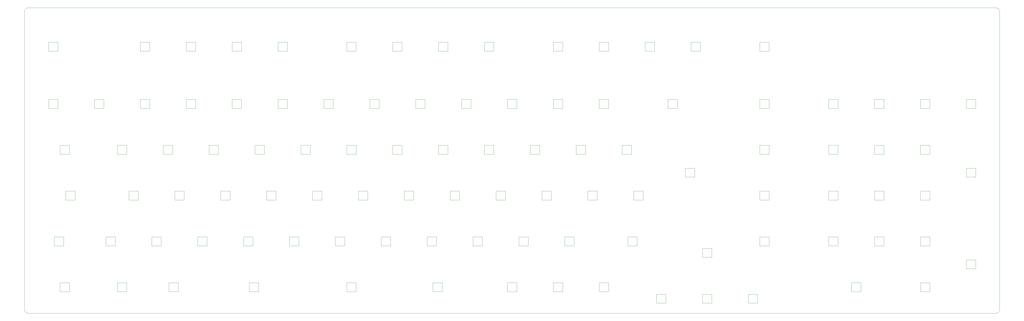
<source format=gbr>
%TF.GenerationSoftware,KiCad,Pcbnew,(6.0.4)*%
%TF.CreationDate,2022-06-27T23:14:22+02:00*%
%TF.ProjectId,pcb-rounded,7063622d-726f-4756-9e64-65642e6b6963,rev?*%
%TF.SameCoordinates,Original*%
%TF.FileFunction,Profile,NP*%
%FSLAX46Y46*%
G04 Gerber Fmt 4.6, Leading zero omitted, Abs format (unit mm)*
G04 Created by KiCad (PCBNEW (6.0.4)) date 2022-06-27 23:14:22*
%MOMM*%
%LPD*%
G01*
G04 APERTURE LIST*
%TA.AperFunction,Profile*%
%ADD10C,0.100000*%
%TD*%
%TA.AperFunction,Profile*%
%ADD11C,0.120000*%
%TD*%
G04 APERTURE END LIST*
D10*
X493712500Y-165100000D02*
G75*
G03*
X492125000Y-163512500I-1587600J-100D01*
G01*
X88900000Y-288925000D02*
X88900000Y-165100000D01*
X90487500Y-163512500D02*
G75*
G03*
X88900000Y-165100000I0J-1587500D01*
G01*
X90487500Y-290512500D02*
X492125000Y-290512500D01*
X492125000Y-290512500D02*
G75*
G03*
X493712500Y-288925000I0J1587500D01*
G01*
X88900000Y-288925000D02*
G75*
G03*
X90487500Y-290512500I1587600J100D01*
G01*
X493712500Y-288925000D02*
X493712500Y-165100000D01*
X90487500Y-163512500D02*
X492125000Y-163512500D01*
D11*
%TO.C,D150*%
X464706250Y-220697500D02*
X460806250Y-220697500D01*
X460806250Y-224397500D02*
X464706250Y-224397500D01*
X464706250Y-224397500D02*
X464706250Y-220697500D01*
X460806250Y-220697500D02*
X460806250Y-224397500D01*
%TO.C,D190*%
X131331250Y-281547500D02*
X131331250Y-277847500D01*
X131331250Y-277847500D02*
X127431250Y-277847500D01*
X127431250Y-277847500D02*
X127431250Y-281547500D01*
X127431250Y-281547500D02*
X131331250Y-281547500D01*
%TO.C,D180*%
X298018750Y-258797500D02*
X294118750Y-258797500D01*
X294118750Y-258797500D02*
X294118750Y-262497500D01*
X294118750Y-262497500D02*
X298018750Y-262497500D01*
X298018750Y-262497500D02*
X298018750Y-258797500D01*
%TO.C,D115*%
X98856250Y-205347500D02*
X102756250Y-205347500D01*
X102756250Y-205347500D02*
X102756250Y-201647500D01*
X98856250Y-201647500D02*
X98856250Y-205347500D01*
X102756250Y-201647500D02*
X98856250Y-201647500D01*
%TO.C,D119*%
X178956250Y-205347500D02*
X178956250Y-201647500D01*
X175056250Y-201647500D02*
X175056250Y-205347500D01*
X175056250Y-205347500D02*
X178956250Y-205347500D01*
X178956250Y-201647500D02*
X175056250Y-201647500D01*
%TO.C,D135*%
X127431250Y-224397500D02*
X131331250Y-224397500D01*
X131331250Y-220697500D02*
X127431250Y-220697500D01*
X131331250Y-224397500D02*
X131331250Y-220697500D01*
X127431250Y-220697500D02*
X127431250Y-224397500D01*
%TO.C,D162*%
X326593750Y-239747500D02*
X322693750Y-239747500D01*
X326593750Y-243447500D02*
X326593750Y-239747500D01*
X322693750Y-243447500D02*
X326593750Y-243447500D01*
X322693750Y-239747500D02*
X322693750Y-243447500D01*
%TO.C,D136*%
X150381250Y-220697500D02*
X146481250Y-220697500D01*
X146481250Y-220697500D02*
X146481250Y-224397500D01*
X150381250Y-224397500D02*
X150381250Y-220697500D01*
X146481250Y-224397500D02*
X150381250Y-224397500D01*
%TO.C,D144*%
X298881250Y-220697500D02*
X298881250Y-224397500D01*
X298881250Y-224397500D02*
X302781250Y-224397500D01*
X302781250Y-220697500D02*
X298881250Y-220697500D01*
X302781250Y-224397500D02*
X302781250Y-220697500D01*
%TO.C,D158*%
X246493750Y-239747500D02*
X246493750Y-243447500D01*
X250393750Y-239747500D02*
X246493750Y-239747500D01*
X246493750Y-243447500D02*
X250393750Y-243447500D01*
X250393750Y-243447500D02*
X250393750Y-239747500D01*
%TO.C,D197*%
X374218750Y-286310000D02*
X374218750Y-282610000D01*
X374218750Y-282610000D02*
X370318750Y-282610000D01*
X370318750Y-282610000D02*
X370318750Y-286310000D01*
X370318750Y-286310000D02*
X374218750Y-286310000D01*
%TO.C,D134*%
X107518750Y-220697500D02*
X103618750Y-220697500D01*
X103618750Y-224397500D02*
X107518750Y-224397500D01*
X107518750Y-224397500D02*
X107518750Y-220697500D01*
X103618750Y-220697500D02*
X103618750Y-224397500D01*
%TO.C,D138*%
X188481250Y-224397500D02*
X188481250Y-220697500D01*
X184581250Y-224397500D02*
X188481250Y-224397500D01*
X184581250Y-220697500D02*
X184581250Y-224397500D01*
X188481250Y-220697500D02*
X184581250Y-220697500D01*
%TO.C,D166*%
X426606250Y-243447500D02*
X426606250Y-239747500D01*
X422706250Y-243447500D02*
X426606250Y-243447500D01*
X422706250Y-239747500D02*
X422706250Y-243447500D01*
X426606250Y-239747500D02*
X422706250Y-239747500D01*
%TO.C,D185*%
X426606250Y-258797500D02*
X422706250Y-258797500D01*
X422706250Y-258797500D02*
X422706250Y-262497500D01*
X426606250Y-262497500D02*
X426606250Y-258797500D01*
X422706250Y-262497500D02*
X426606250Y-262497500D01*
%TO.C,D107*%
X241731250Y-181535000D02*
X245631250Y-181535000D01*
X245631250Y-177835000D02*
X241731250Y-177835000D01*
X245631250Y-181535000D02*
X245631250Y-177835000D01*
X241731250Y-177835000D02*
X241731250Y-181535000D01*
%TO.C,D175*%
X202768750Y-262497500D02*
X202768750Y-258797500D01*
X198868750Y-262497500D02*
X202768750Y-262497500D01*
X202768750Y-258797500D02*
X198868750Y-258797500D01*
X198868750Y-258797500D02*
X198868750Y-262497500D01*
%TO.C,D170*%
X105137500Y-258797500D02*
X101237500Y-258797500D01*
X101237500Y-258797500D02*
X101237500Y-262497500D01*
X101237500Y-262497500D02*
X105137500Y-262497500D01*
X105137500Y-262497500D02*
X105137500Y-258797500D01*
%TO.C,D202*%
X186100000Y-277847500D02*
X182200000Y-277847500D01*
X186100000Y-281547500D02*
X186100000Y-277847500D01*
X182200000Y-281547500D02*
X186100000Y-281547500D01*
X182200000Y-277847500D02*
X182200000Y-281547500D01*
%TO.C,D146*%
X340881250Y-224397500D02*
X340881250Y-220697500D01*
X336981250Y-224397500D02*
X340881250Y-224397500D01*
X340881250Y-220697500D02*
X336981250Y-220697500D01*
X336981250Y-220697500D02*
X336981250Y-224397500D01*
%TO.C,D140*%
X226581250Y-220697500D02*
X222681250Y-220697500D01*
X226581250Y-224397500D02*
X226581250Y-220697500D01*
X222681250Y-224397500D02*
X226581250Y-224397500D01*
X222681250Y-220697500D02*
X222681250Y-224397500D01*
%TO.C,D188*%
X479856250Y-272022500D02*
X483756250Y-272022500D01*
X483756250Y-268322500D02*
X479856250Y-268322500D01*
X483756250Y-272022500D02*
X483756250Y-268322500D01*
X479856250Y-268322500D02*
X479856250Y-272022500D01*
%TO.C,D137*%
X165531250Y-224397500D02*
X169431250Y-224397500D01*
X169431250Y-224397500D02*
X169431250Y-220697500D01*
X169431250Y-220697500D02*
X165531250Y-220697500D01*
X165531250Y-220697500D02*
X165531250Y-224397500D01*
%TO.C,D193*%
X289356250Y-281547500D02*
X293256250Y-281547500D01*
X293256250Y-281547500D02*
X293256250Y-277847500D01*
X289356250Y-277847500D02*
X289356250Y-281547500D01*
X293256250Y-277847500D02*
X289356250Y-277847500D01*
%TO.C,D163*%
X341743750Y-243447500D02*
X345643750Y-243447500D01*
X345643750Y-239747500D02*
X341743750Y-239747500D01*
X341743750Y-239747500D02*
X341743750Y-243447500D01*
X345643750Y-243447500D02*
X345643750Y-239747500D01*
%TO.C,D139*%
X207531250Y-224397500D02*
X207531250Y-220697500D01*
X207531250Y-220697500D02*
X203631250Y-220697500D01*
X203631250Y-220697500D02*
X203631250Y-224397500D01*
X203631250Y-224397500D02*
X207531250Y-224397500D01*
%TO.C,D141*%
X241731250Y-224397500D02*
X245631250Y-224397500D01*
X245631250Y-224397500D02*
X245631250Y-220697500D01*
X245631250Y-220697500D02*
X241731250Y-220697500D01*
X241731250Y-220697500D02*
X241731250Y-224397500D01*
%TO.C,D148*%
X422706250Y-224397500D02*
X426606250Y-224397500D01*
X426606250Y-220697500D02*
X422706250Y-220697500D01*
X426606250Y-224397500D02*
X426606250Y-220697500D01*
X422706250Y-220697500D02*
X422706250Y-224397500D01*
%TO.C,D113*%
X369456250Y-177835000D02*
X365556250Y-177835000D01*
X369456250Y-181535000D02*
X369456250Y-177835000D01*
X365556250Y-177835000D02*
X365556250Y-181535000D01*
X365556250Y-181535000D02*
X369456250Y-181535000D01*
%TO.C,D109*%
X283731250Y-177835000D02*
X279831250Y-177835000D01*
X283731250Y-181535000D02*
X283731250Y-177835000D01*
X279831250Y-177835000D02*
X279831250Y-181535000D01*
X279831250Y-181535000D02*
X283731250Y-181535000D01*
%TO.C,D127*%
X331356250Y-205347500D02*
X331356250Y-201647500D01*
X327456250Y-205347500D02*
X331356250Y-205347500D01*
X331356250Y-201647500D02*
X327456250Y-201647500D01*
X327456250Y-201647500D02*
X327456250Y-205347500D01*
%TO.C,D167*%
X445656250Y-243447500D02*
X445656250Y-239747500D01*
X441756250Y-239747500D02*
X441756250Y-243447500D01*
X441756250Y-243447500D02*
X445656250Y-243447500D01*
X445656250Y-239747500D02*
X441756250Y-239747500D01*
%TO.C,D183*%
X370318750Y-267260000D02*
X374218750Y-267260000D01*
X370318750Y-263560000D02*
X370318750Y-267260000D01*
X374218750Y-263560000D02*
X370318750Y-263560000D01*
X374218750Y-267260000D02*
X374218750Y-263560000D01*
%TO.C,D130*%
X426606250Y-205347500D02*
X426606250Y-201647500D01*
X422706250Y-201647500D02*
X422706250Y-205347500D01*
X422706250Y-205347500D02*
X426606250Y-205347500D01*
X426606250Y-201647500D02*
X422706250Y-201647500D01*
%TO.C,D116*%
X121806250Y-201647500D02*
X117906250Y-201647500D01*
X117906250Y-201647500D02*
X117906250Y-205347500D01*
X121806250Y-205347500D02*
X121806250Y-201647500D01*
X117906250Y-205347500D02*
X121806250Y-205347500D01*
%TO.C,D168*%
X464706250Y-243447500D02*
X464706250Y-239747500D01*
X464706250Y-239747500D02*
X460806250Y-239747500D01*
X460806250Y-239747500D02*
X460806250Y-243447500D01*
X460806250Y-243447500D02*
X464706250Y-243447500D01*
%TO.C,D176*%
X221818750Y-262497500D02*
X221818750Y-258797500D01*
X217918750Y-258797500D02*
X217918750Y-262497500D01*
X221818750Y-258797500D02*
X217918750Y-258797500D01*
X217918750Y-262497500D02*
X221818750Y-262497500D01*
%TO.C,D110*%
X312306250Y-181535000D02*
X312306250Y-177835000D01*
X308406250Y-181535000D02*
X312306250Y-181535000D01*
X308406250Y-177835000D02*
X308406250Y-181535000D01*
X312306250Y-177835000D02*
X308406250Y-177835000D01*
%TO.C,D128*%
X359931250Y-205347500D02*
X359931250Y-201647500D01*
X356031250Y-201647500D02*
X356031250Y-205347500D01*
X359931250Y-201647500D02*
X356031250Y-201647500D01*
X356031250Y-205347500D02*
X359931250Y-205347500D01*
%TO.C,D118*%
X159906250Y-201647500D02*
X156006250Y-201647500D01*
X159906250Y-205347500D02*
X159906250Y-201647500D01*
X156006250Y-201647500D02*
X156006250Y-205347500D01*
X156006250Y-205347500D02*
X159906250Y-205347500D01*
%TO.C,D186*%
X441756250Y-262497500D02*
X445656250Y-262497500D01*
X445656250Y-262497500D02*
X445656250Y-258797500D01*
X441756250Y-258797500D02*
X441756250Y-262497500D01*
X445656250Y-258797500D02*
X441756250Y-258797500D01*
%TO.C,D171*%
X122668750Y-258797500D02*
X122668750Y-262497500D01*
X122668750Y-262497500D02*
X126568750Y-262497500D01*
X126568750Y-262497500D02*
X126568750Y-258797500D01*
X126568750Y-258797500D02*
X122668750Y-258797500D01*
%TO.C,D105*%
X198006250Y-181535000D02*
X198006250Y-177835000D01*
X194106250Y-177835000D02*
X194106250Y-181535000D01*
X198006250Y-177835000D02*
X194106250Y-177835000D01*
X194106250Y-181535000D02*
X198006250Y-181535000D01*
%TO.C,D192*%
X226581250Y-277847500D02*
X222681250Y-277847500D01*
X222681250Y-277847500D02*
X222681250Y-281547500D01*
X222681250Y-281547500D02*
X226581250Y-281547500D01*
X226581250Y-281547500D02*
X226581250Y-277847500D01*
%TO.C,D120*%
X198006250Y-201647500D02*
X194106250Y-201647500D01*
X194106250Y-201647500D02*
X194106250Y-205347500D01*
X198006250Y-205347500D02*
X198006250Y-201647500D01*
X194106250Y-205347500D02*
X198006250Y-205347500D01*
%TO.C,D122*%
X236106250Y-205347500D02*
X236106250Y-201647500D01*
X232206250Y-201647500D02*
X232206250Y-205347500D01*
X236106250Y-201647500D02*
X232206250Y-201647500D01*
X232206250Y-205347500D02*
X236106250Y-205347500D01*
%TO.C,D129*%
X394131250Y-205347500D02*
X398031250Y-205347500D01*
X398031250Y-205347500D02*
X398031250Y-201647500D01*
X394131250Y-201647500D02*
X394131250Y-205347500D01*
X398031250Y-201647500D02*
X394131250Y-201647500D01*
%TO.C,D155*%
X193243750Y-239747500D02*
X189343750Y-239747500D01*
X189343750Y-243447500D02*
X193243750Y-243447500D01*
X193243750Y-243447500D02*
X193243750Y-239747500D01*
X189343750Y-239747500D02*
X189343750Y-243447500D01*
%TO.C,D103*%
X159906250Y-181535000D02*
X159906250Y-177835000D01*
X156006250Y-181535000D02*
X159906250Y-181535000D01*
X156006250Y-177835000D02*
X156006250Y-181535000D01*
X159906250Y-177835000D02*
X156006250Y-177835000D01*
%TO.C,D106*%
X222681250Y-177835000D02*
X222681250Y-181535000D01*
X226581250Y-181535000D02*
X226581250Y-177835000D01*
X222681250Y-181535000D02*
X226581250Y-181535000D01*
X226581250Y-177835000D02*
X222681250Y-177835000D01*
%TO.C,D181*%
X317068750Y-258797500D02*
X313168750Y-258797500D01*
X313168750Y-258797500D02*
X313168750Y-262497500D01*
X313168750Y-262497500D02*
X317068750Y-262497500D01*
X317068750Y-262497500D02*
X317068750Y-258797500D01*
%TO.C,D184*%
X394131250Y-262497500D02*
X398031250Y-262497500D01*
X398031250Y-262497500D02*
X398031250Y-258797500D01*
X394131250Y-258797500D02*
X394131250Y-262497500D01*
X398031250Y-258797500D02*
X394131250Y-258797500D01*
%TO.C,D114*%
X398031250Y-177835000D02*
X394131250Y-177835000D01*
X398031250Y-181535000D02*
X398031250Y-177835000D01*
X394131250Y-181535000D02*
X398031250Y-181535000D01*
X394131250Y-177835000D02*
X394131250Y-181535000D01*
%TO.C,D156*%
X212293750Y-243447500D02*
X212293750Y-239747500D01*
X208393750Y-243447500D02*
X212293750Y-243447500D01*
X212293750Y-239747500D02*
X208393750Y-239747500D01*
X208393750Y-239747500D02*
X208393750Y-243447500D01*
%TO.C,D159*%
X265543750Y-239747500D02*
X265543750Y-243447500D01*
X269443750Y-243447500D02*
X269443750Y-239747500D01*
X269443750Y-239747500D02*
X265543750Y-239747500D01*
X265543750Y-243447500D02*
X269443750Y-243447500D01*
%TO.C,D172*%
X145618750Y-262497500D02*
X145618750Y-258797500D01*
X141718750Y-262497500D02*
X145618750Y-262497500D01*
X141718750Y-258797500D02*
X141718750Y-262497500D01*
X145618750Y-258797500D02*
X141718750Y-258797500D01*
%TO.C,D117*%
X140856250Y-205347500D02*
X140856250Y-201647500D01*
X140856250Y-201647500D02*
X136956250Y-201647500D01*
X136956250Y-205347500D02*
X140856250Y-205347500D01*
X136956250Y-201647500D02*
X136956250Y-205347500D01*
%TO.C,D173*%
X164668750Y-262497500D02*
X164668750Y-258797500D01*
X160768750Y-262497500D02*
X164668750Y-262497500D01*
X160768750Y-258797500D02*
X160768750Y-262497500D01*
X164668750Y-258797500D02*
X160768750Y-258797500D01*
%TO.C,D178*%
X256018750Y-258797500D02*
X256018750Y-262497500D01*
X259918750Y-262497500D02*
X259918750Y-258797500D01*
X256018750Y-262497500D02*
X259918750Y-262497500D01*
X259918750Y-258797500D02*
X256018750Y-258797500D01*
%TO.C,D199*%
X436131250Y-277847500D02*
X432231250Y-277847500D01*
X432231250Y-281547500D02*
X436131250Y-281547500D01*
X432231250Y-277847500D02*
X432231250Y-281547500D01*
X436131250Y-281547500D02*
X436131250Y-277847500D01*
%TO.C,D143*%
X283731250Y-224397500D02*
X283731250Y-220697500D01*
X279831250Y-220697500D02*
X279831250Y-224397500D01*
X283731250Y-220697500D02*
X279831250Y-220697500D01*
X279831250Y-224397500D02*
X283731250Y-224397500D01*
%TO.C,D182*%
X343262500Y-258797500D02*
X339362500Y-258797500D01*
X343262500Y-262497500D02*
X343262500Y-258797500D01*
X339362500Y-258797500D02*
X339362500Y-262497500D01*
X339362500Y-262497500D02*
X343262500Y-262497500D01*
%TO.C,D157*%
X227443750Y-239747500D02*
X227443750Y-243447500D01*
X227443750Y-243447500D02*
X231343750Y-243447500D01*
X231343750Y-239747500D02*
X227443750Y-239747500D01*
X231343750Y-243447500D02*
X231343750Y-239747500D01*
%TO.C,D196*%
X351268750Y-282610000D02*
X351268750Y-286310000D01*
X355168750Y-282610000D02*
X351268750Y-282610000D01*
X355168750Y-286310000D02*
X355168750Y-282610000D01*
X351268750Y-286310000D02*
X355168750Y-286310000D01*
%TO.C,D102*%
X140856250Y-181535000D02*
X140856250Y-177835000D01*
X140856250Y-177835000D02*
X136956250Y-177835000D01*
X136956250Y-177835000D02*
X136956250Y-181535000D01*
X136956250Y-181535000D02*
X140856250Y-181535000D01*
%TO.C,D203*%
X262300000Y-281547500D02*
X262300000Y-277847500D01*
X262300000Y-277847500D02*
X258400000Y-277847500D01*
X258400000Y-281547500D02*
X262300000Y-281547500D01*
X258400000Y-277847500D02*
X258400000Y-281547500D01*
%TO.C,D177*%
X236968750Y-262497500D02*
X240868750Y-262497500D01*
X236968750Y-258797500D02*
X236968750Y-262497500D01*
X240868750Y-262497500D02*
X240868750Y-258797500D01*
X240868750Y-258797500D02*
X236968750Y-258797500D01*
%TO.C,D145*%
X317931250Y-220697500D02*
X317931250Y-224397500D01*
X321831250Y-220697500D02*
X317931250Y-220697500D01*
X321831250Y-224397500D02*
X321831250Y-220697500D01*
X317931250Y-224397500D02*
X321831250Y-224397500D01*
%TO.C,D112*%
X346506250Y-181535000D02*
X350406250Y-181535000D01*
X350406250Y-181535000D02*
X350406250Y-177835000D01*
X350406250Y-177835000D02*
X346506250Y-177835000D01*
X346506250Y-177835000D02*
X346506250Y-181535000D01*
%TO.C,D142*%
X264681250Y-220697500D02*
X260781250Y-220697500D01*
X260781250Y-224397500D02*
X264681250Y-224397500D01*
X264681250Y-224397500D02*
X264681250Y-220697500D01*
X260781250Y-220697500D02*
X260781250Y-224397500D01*
%TO.C,D161*%
X303643750Y-243447500D02*
X307543750Y-243447500D01*
X307543750Y-243447500D02*
X307543750Y-239747500D01*
X303643750Y-239747500D02*
X303643750Y-243447500D01*
X307543750Y-239747500D02*
X303643750Y-239747500D01*
%TO.C,D149*%
X445656250Y-224397500D02*
X445656250Y-220697500D01*
X441756250Y-224397500D02*
X445656250Y-224397500D01*
X441756250Y-220697500D02*
X441756250Y-224397500D01*
X445656250Y-220697500D02*
X441756250Y-220697500D01*
%TO.C,D126*%
X312306250Y-205347500D02*
X312306250Y-201647500D01*
X312306250Y-201647500D02*
X308406250Y-201647500D01*
X308406250Y-205347500D02*
X312306250Y-205347500D01*
X308406250Y-201647500D02*
X308406250Y-205347500D01*
%TO.C,D195*%
X331356250Y-277847500D02*
X327456250Y-277847500D01*
X327456250Y-281547500D02*
X331356250Y-281547500D01*
X331356250Y-281547500D02*
X331356250Y-277847500D01*
X327456250Y-277847500D02*
X327456250Y-281547500D01*
%TO.C,D123*%
X251256250Y-201647500D02*
X251256250Y-205347500D01*
X255156250Y-205347500D02*
X255156250Y-201647500D01*
X255156250Y-201647500D02*
X251256250Y-201647500D01*
X251256250Y-205347500D02*
X255156250Y-205347500D01*
%TO.C,D179*%
X278968750Y-258797500D02*
X275068750Y-258797500D01*
X275068750Y-258797500D02*
X275068750Y-262497500D01*
X278968750Y-262497500D02*
X278968750Y-258797500D01*
X275068750Y-262497500D02*
X278968750Y-262497500D01*
%TO.C,D174*%
X183718750Y-262497500D02*
X183718750Y-258797500D01*
X183718750Y-258797500D02*
X179818750Y-258797500D01*
X179818750Y-258797500D02*
X179818750Y-262497500D01*
X179818750Y-262497500D02*
X183718750Y-262497500D01*
%TO.C,D147*%
X398031250Y-224397500D02*
X398031250Y-220697500D01*
X394131250Y-220697500D02*
X394131250Y-224397500D01*
X398031250Y-220697500D02*
X394131250Y-220697500D01*
X394131250Y-224397500D02*
X398031250Y-224397500D01*
%TO.C,D198*%
X393268750Y-282610000D02*
X389368750Y-282610000D01*
X389368750Y-282610000D02*
X389368750Y-286310000D01*
X389368750Y-286310000D02*
X393268750Y-286310000D01*
X393268750Y-286310000D02*
X393268750Y-282610000D01*
%TO.C,D133*%
X483756250Y-205347500D02*
X483756250Y-201647500D01*
X479856250Y-201647500D02*
X479856250Y-205347500D01*
X483756250Y-201647500D02*
X479856250Y-201647500D01*
X479856250Y-205347500D02*
X483756250Y-205347500D01*
%TO.C,D121*%
X213156250Y-201647500D02*
X213156250Y-205347500D01*
X213156250Y-205347500D02*
X217056250Y-205347500D01*
X217056250Y-201647500D02*
X213156250Y-201647500D01*
X217056250Y-205347500D02*
X217056250Y-201647500D01*
%TO.C,D187*%
X464706250Y-258797500D02*
X460806250Y-258797500D01*
X460806250Y-258797500D02*
X460806250Y-262497500D01*
X460806250Y-262497500D02*
X464706250Y-262497500D01*
X464706250Y-262497500D02*
X464706250Y-258797500D01*
%TO.C,D125*%
X289356250Y-201647500D02*
X289356250Y-205347500D01*
X289356250Y-205347500D02*
X293256250Y-205347500D01*
X293256250Y-205347500D02*
X293256250Y-201647500D01*
X293256250Y-201647500D02*
X289356250Y-201647500D01*
%TO.C,D154*%
X170293750Y-243447500D02*
X174193750Y-243447500D01*
X170293750Y-239747500D02*
X170293750Y-243447500D01*
X174193750Y-243447500D02*
X174193750Y-239747500D01*
X174193750Y-239747500D02*
X170293750Y-239747500D01*
%TO.C,D104*%
X178956250Y-177835000D02*
X175056250Y-177835000D01*
X178956250Y-181535000D02*
X178956250Y-177835000D01*
X175056250Y-181535000D02*
X178956250Y-181535000D01*
X175056250Y-177835000D02*
X175056250Y-181535000D01*
%TO.C,D153*%
X155143750Y-239747500D02*
X151243750Y-239747500D01*
X151243750Y-243447500D02*
X155143750Y-243447500D01*
X155143750Y-243447500D02*
X155143750Y-239747500D01*
X151243750Y-239747500D02*
X151243750Y-243447500D01*
%TO.C,D124*%
X274206250Y-205347500D02*
X274206250Y-201647500D01*
X270306250Y-201647500D02*
X270306250Y-205347500D01*
X270306250Y-205347500D02*
X274206250Y-205347500D01*
X274206250Y-201647500D02*
X270306250Y-201647500D01*
%TO.C,D200*%
X464706250Y-281547500D02*
X464706250Y-277847500D01*
X460806250Y-277847500D02*
X460806250Y-281547500D01*
X464706250Y-277847500D02*
X460806250Y-277847500D01*
X460806250Y-281547500D02*
X464706250Y-281547500D01*
%TO.C,D194*%
X312306250Y-277847500D02*
X308406250Y-277847500D01*
X312306250Y-281547500D02*
X312306250Y-277847500D01*
X308406250Y-277847500D02*
X308406250Y-281547500D01*
X308406250Y-281547500D02*
X312306250Y-281547500D01*
%TO.C,D111*%
X331356250Y-177835000D02*
X327456250Y-177835000D01*
X331356250Y-181535000D02*
X331356250Y-177835000D01*
X327456250Y-181535000D02*
X331356250Y-181535000D01*
X327456250Y-177835000D02*
X327456250Y-181535000D01*
%TO.C,D132*%
X460806250Y-205347500D02*
X464706250Y-205347500D01*
X464706250Y-205347500D02*
X464706250Y-201647500D01*
X460806250Y-201647500D02*
X460806250Y-205347500D01*
X464706250Y-201647500D02*
X460806250Y-201647500D01*
%TO.C,D189*%
X103618750Y-277847500D02*
X103618750Y-281547500D01*
X107518750Y-281547500D02*
X107518750Y-277847500D01*
X103618750Y-281547500D02*
X107518750Y-281547500D01*
X107518750Y-277847500D02*
X103618750Y-277847500D01*
%TO.C,D160*%
X284593750Y-239747500D02*
X284593750Y-243447500D01*
X284593750Y-243447500D02*
X288493750Y-243447500D01*
X288493750Y-239747500D02*
X284593750Y-239747500D01*
X288493750Y-243447500D02*
X288493750Y-239747500D01*
%TO.C,D131*%
X445656250Y-201647500D02*
X441756250Y-201647500D01*
X445656250Y-205347500D02*
X445656250Y-201647500D01*
X441756250Y-201647500D02*
X441756250Y-205347500D01*
X441756250Y-205347500D02*
X445656250Y-205347500D01*
%TO.C,D108*%
X260781250Y-181535000D02*
X264681250Y-181535000D01*
X264681250Y-177835000D02*
X260781250Y-177835000D01*
X264681250Y-181535000D02*
X264681250Y-177835000D01*
X260781250Y-177835000D02*
X260781250Y-181535000D01*
%TO.C,D152*%
X136093750Y-239747500D02*
X132193750Y-239747500D01*
X132193750Y-239747500D02*
X132193750Y-243447500D01*
X136093750Y-243447500D02*
X136093750Y-239747500D01*
X132193750Y-243447500D02*
X136093750Y-243447500D01*
%TO.C,D169*%
X479856250Y-233922500D02*
X483756250Y-233922500D01*
X483756250Y-230222500D02*
X479856250Y-230222500D01*
X483756250Y-233922500D02*
X483756250Y-230222500D01*
X479856250Y-230222500D02*
X479856250Y-233922500D01*
%TO.C,D191*%
X148862500Y-281547500D02*
X152762500Y-281547500D01*
X152762500Y-277847500D02*
X148862500Y-277847500D01*
X152762500Y-281547500D02*
X152762500Y-277847500D01*
X148862500Y-277847500D02*
X148862500Y-281547500D01*
%TO.C,D165*%
X398031250Y-239747500D02*
X394131250Y-239747500D01*
X394131250Y-243447500D02*
X398031250Y-243447500D01*
X398031250Y-243447500D02*
X398031250Y-239747500D01*
X394131250Y-239747500D02*
X394131250Y-243447500D01*
%TO.C,D164*%
X363175000Y-233922500D02*
X367075000Y-233922500D01*
X367075000Y-230222500D02*
X363175000Y-230222500D01*
X367075000Y-233922500D02*
X367075000Y-230222500D01*
X363175000Y-230222500D02*
X363175000Y-233922500D01*
%TO.C,D151*%
X106000000Y-239747500D02*
X106000000Y-243447500D01*
X109900000Y-243447500D02*
X109900000Y-239747500D01*
X109900000Y-239747500D02*
X106000000Y-239747500D01*
X106000000Y-243447500D02*
X109900000Y-243447500D01*
%TO.C,D101*%
X98856250Y-181535000D02*
X102756250Y-181535000D01*
X102756250Y-177835000D02*
X98856250Y-177835000D01*
X102756250Y-181535000D02*
X102756250Y-177835000D01*
X98856250Y-177835000D02*
X98856250Y-181535000D01*
%TD*%
M02*

</source>
